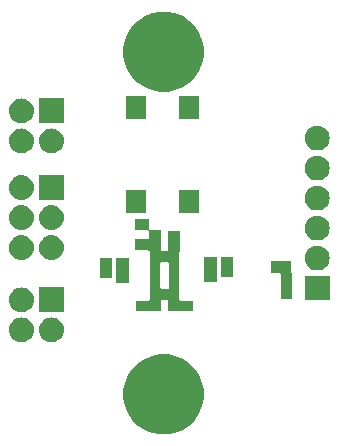
<source format=gbr>
G04 #@! TF.GenerationSoftware,KiCad,Pcbnew,(5.0.2)-1*
G04 #@! TF.CreationDate,2019-03-06T20:32:53+00:00*
G04 #@! TF.ProjectId,distanced,64697374-616e-4636-9564-2e6b69636164,rev?*
G04 #@! TF.SameCoordinates,Original*
G04 #@! TF.FileFunction,Soldermask,Top*
G04 #@! TF.FilePolarity,Negative*
%FSLAX46Y46*%
G04 Gerber Fmt 4.6, Leading zero omitted, Abs format (unit mm)*
G04 Created by KiCad (PCBNEW (5.0.2)-1) date 06/03/2019 20:32:53*
%MOMM*%
%LPD*%
G01*
G04 APERTURE LIST*
%ADD10C,0.150000*%
G04 APERTURE END LIST*
D10*
G36*
X148991743Y-95730660D02*
X149610503Y-95986958D01*
X150167377Y-96359050D01*
X150640950Y-96832623D01*
X151013042Y-97389497D01*
X151269340Y-98008257D01*
X151400000Y-98665128D01*
X151400000Y-99334872D01*
X151269340Y-99991743D01*
X151013042Y-100610503D01*
X150640950Y-101167377D01*
X150167377Y-101640950D01*
X149610503Y-102013042D01*
X148991743Y-102269340D01*
X148334872Y-102400000D01*
X147665128Y-102400000D01*
X147008257Y-102269340D01*
X146389497Y-102013042D01*
X145832623Y-101640950D01*
X145359050Y-101167377D01*
X144986958Y-100610503D01*
X144730660Y-99991743D01*
X144600000Y-99334872D01*
X144600000Y-98665128D01*
X144730660Y-98008257D01*
X144986958Y-97389497D01*
X145359050Y-96832623D01*
X145832623Y-96359050D01*
X146389497Y-95986958D01*
X147008257Y-95730660D01*
X147665128Y-95600000D01*
X148334872Y-95600000D01*
X148991743Y-95730660D01*
X148991743Y-95730660D01*
G37*
G36*
X138628707Y-92497597D02*
X138705836Y-92505193D01*
X138837787Y-92545220D01*
X138903763Y-92565233D01*
X139086172Y-92662733D01*
X139246054Y-92793946D01*
X139377267Y-92953828D01*
X139474767Y-93136237D01*
X139474767Y-93136238D01*
X139534807Y-93334164D01*
X139555080Y-93540000D01*
X139534807Y-93745836D01*
X139494780Y-93877787D01*
X139474767Y-93943763D01*
X139377267Y-94126172D01*
X139246054Y-94286054D01*
X139086172Y-94417267D01*
X138903763Y-94514767D01*
X138837787Y-94534780D01*
X138705836Y-94574807D01*
X138628707Y-94582403D01*
X138551580Y-94590000D01*
X138448420Y-94590000D01*
X138371293Y-94582403D01*
X138294164Y-94574807D01*
X138162213Y-94534780D01*
X138096237Y-94514767D01*
X137913828Y-94417267D01*
X137753946Y-94286054D01*
X137622733Y-94126172D01*
X137525233Y-93943763D01*
X137505220Y-93877787D01*
X137465193Y-93745836D01*
X137444920Y-93540000D01*
X137465193Y-93334164D01*
X137525233Y-93136238D01*
X137525233Y-93136237D01*
X137622733Y-92953828D01*
X137753946Y-92793946D01*
X137913828Y-92662733D01*
X138096237Y-92565233D01*
X138162213Y-92545220D01*
X138294164Y-92505193D01*
X138371293Y-92497596D01*
X138448420Y-92490000D01*
X138551580Y-92490000D01*
X138628707Y-92497597D01*
X138628707Y-92497597D01*
G37*
G36*
X136088707Y-92497597D02*
X136165836Y-92505193D01*
X136297787Y-92545220D01*
X136363763Y-92565233D01*
X136546172Y-92662733D01*
X136706054Y-92793946D01*
X136837267Y-92953828D01*
X136934767Y-93136237D01*
X136934767Y-93136238D01*
X136994807Y-93334164D01*
X137015080Y-93540000D01*
X136994807Y-93745836D01*
X136954780Y-93877787D01*
X136934767Y-93943763D01*
X136837267Y-94126172D01*
X136706054Y-94286054D01*
X136546172Y-94417267D01*
X136363763Y-94514767D01*
X136297787Y-94534780D01*
X136165836Y-94574807D01*
X136088707Y-94582403D01*
X136011580Y-94590000D01*
X135908420Y-94590000D01*
X135831293Y-94582403D01*
X135754164Y-94574807D01*
X135622213Y-94534780D01*
X135556237Y-94514767D01*
X135373828Y-94417267D01*
X135213946Y-94286054D01*
X135082733Y-94126172D01*
X134985233Y-93943763D01*
X134965220Y-93877787D01*
X134925193Y-93745836D01*
X134904920Y-93540000D01*
X134925193Y-93334164D01*
X134985233Y-93136238D01*
X134985233Y-93136237D01*
X135082733Y-92953828D01*
X135213946Y-92793946D01*
X135373828Y-92662733D01*
X135556237Y-92565233D01*
X135622213Y-92545220D01*
X135754164Y-92505193D01*
X135831293Y-92497596D01*
X135908420Y-92490000D01*
X136011580Y-92490000D01*
X136088707Y-92497597D01*
X136088707Y-92497597D01*
G37*
G36*
X139550000Y-92050000D02*
X137450000Y-92050000D01*
X137450000Y-89950000D01*
X139550000Y-89950000D01*
X139550000Y-92050000D01*
X139550000Y-92050000D01*
G37*
G36*
X136088707Y-89957596D02*
X136165836Y-89965193D01*
X136297787Y-90005220D01*
X136363763Y-90025233D01*
X136546172Y-90122733D01*
X136706054Y-90253946D01*
X136837267Y-90413828D01*
X136934767Y-90596237D01*
X136934767Y-90596238D01*
X136994807Y-90794164D01*
X137015080Y-91000000D01*
X136994807Y-91205836D01*
X136954780Y-91337787D01*
X136934767Y-91403763D01*
X136837267Y-91586172D01*
X136706054Y-91746054D01*
X136546172Y-91877267D01*
X136363763Y-91974767D01*
X136297787Y-91994780D01*
X136165836Y-92034807D01*
X136088707Y-92042403D01*
X136011580Y-92050000D01*
X135908420Y-92050000D01*
X135831293Y-92042403D01*
X135754164Y-92034807D01*
X135622213Y-91994780D01*
X135556237Y-91974767D01*
X135373828Y-91877267D01*
X135213946Y-91746054D01*
X135082733Y-91586172D01*
X134985233Y-91403763D01*
X134965220Y-91337787D01*
X134925193Y-91205836D01*
X134904920Y-91000000D01*
X134925193Y-90794164D01*
X134985233Y-90596238D01*
X134985233Y-90596237D01*
X135082733Y-90413828D01*
X135213946Y-90253946D01*
X135373828Y-90122733D01*
X135556237Y-90025233D01*
X135622213Y-90005220D01*
X135754164Y-89965193D01*
X135831293Y-89957596D01*
X135908420Y-89950000D01*
X136011580Y-89950000D01*
X136088707Y-89957596D01*
X136088707Y-89957596D01*
G37*
G36*
X146770000Y-84985000D02*
X146772402Y-85009386D01*
X146779515Y-85032835D01*
X146791066Y-85054446D01*
X146806612Y-85073388D01*
X146825554Y-85088934D01*
X146847165Y-85100485D01*
X146870614Y-85107598D01*
X146895000Y-85110000D01*
X147780000Y-85110000D01*
X147780000Y-86781000D01*
X147782402Y-86805386D01*
X147789515Y-86828835D01*
X147801066Y-86850446D01*
X147816612Y-86869388D01*
X147835554Y-86884934D01*
X147857165Y-86896485D01*
X147880614Y-86903598D01*
X147905000Y-86906000D01*
X148255000Y-86906000D01*
X148279386Y-86903598D01*
X148302835Y-86896485D01*
X148324446Y-86884934D01*
X148343388Y-86869388D01*
X148358934Y-86850446D01*
X148370485Y-86828835D01*
X148377598Y-86805386D01*
X148380000Y-86781000D01*
X148380000Y-85130000D01*
X149380000Y-85130000D01*
X149380000Y-86855624D01*
X149366612Y-86866612D01*
X149351066Y-86885554D01*
X149339515Y-86907165D01*
X149332402Y-86930614D01*
X149330000Y-86955000D01*
X149330000Y-90955000D01*
X149332402Y-90979386D01*
X149339515Y-91002835D01*
X149351066Y-91024446D01*
X149366612Y-91043388D01*
X149385554Y-91058934D01*
X149407165Y-91070485D01*
X149430614Y-91077598D01*
X149455000Y-91080000D01*
X150480000Y-91080000D01*
X150480000Y-91980000D01*
X148380000Y-91980000D01*
X148380000Y-91131000D01*
X148377598Y-91106614D01*
X148370485Y-91083165D01*
X148358934Y-91061554D01*
X148343388Y-91042612D01*
X148324446Y-91027066D01*
X148302835Y-91015515D01*
X148279386Y-91008402D01*
X148255000Y-91006000D01*
X147905000Y-91006000D01*
X147880614Y-91008402D01*
X147857165Y-91015515D01*
X147835554Y-91027066D01*
X147816612Y-91042612D01*
X147801066Y-91061554D01*
X147789515Y-91083165D01*
X147782402Y-91106614D01*
X147780000Y-91131000D01*
X147780000Y-91980000D01*
X145680000Y-91980000D01*
X145680000Y-91080000D01*
X146705000Y-91080000D01*
X146729386Y-91077598D01*
X146752835Y-91070485D01*
X146774446Y-91058934D01*
X146793388Y-91043388D01*
X146808934Y-91024446D01*
X146820485Y-91002835D01*
X146827598Y-90979386D01*
X146830000Y-90955000D01*
X146830000Y-87931000D01*
X147730000Y-87931000D01*
X147730000Y-89981000D01*
X147732402Y-90005386D01*
X147739515Y-90028835D01*
X147751066Y-90050446D01*
X147766612Y-90069388D01*
X147785554Y-90084934D01*
X147807165Y-90096485D01*
X147830614Y-90103598D01*
X147855000Y-90106000D01*
X148305000Y-90106000D01*
X148329386Y-90103598D01*
X148352835Y-90096485D01*
X148374446Y-90084934D01*
X148393388Y-90069388D01*
X148408934Y-90050446D01*
X148420485Y-90028835D01*
X148427598Y-90005386D01*
X148430000Y-89981000D01*
X148430000Y-87931000D01*
X148427598Y-87906614D01*
X148420485Y-87883165D01*
X148408934Y-87861554D01*
X148393388Y-87842612D01*
X148374446Y-87827066D01*
X148352835Y-87815515D01*
X148329386Y-87808402D01*
X148305000Y-87806000D01*
X147855000Y-87806000D01*
X147830614Y-87808402D01*
X147807165Y-87815515D01*
X147785554Y-87827066D01*
X147766612Y-87842612D01*
X147751066Y-87861554D01*
X147739515Y-87883165D01*
X147732402Y-87906614D01*
X147730000Y-87931000D01*
X146830000Y-87931000D01*
X146830000Y-86945000D01*
X146827598Y-86920614D01*
X146820485Y-86897165D01*
X146808934Y-86875554D01*
X146793388Y-86856612D01*
X146774446Y-86841066D01*
X146752835Y-86829515D01*
X146729386Y-86822402D01*
X146705000Y-86820000D01*
X145570000Y-86820000D01*
X145570000Y-85820000D01*
X146655000Y-85820000D01*
X146679386Y-85817598D01*
X146702835Y-85810485D01*
X146724446Y-85798934D01*
X146743388Y-85783388D01*
X146758934Y-85764446D01*
X146770485Y-85742835D01*
X146777598Y-85719386D01*
X146780000Y-85695000D01*
X146780000Y-85245000D01*
X146777598Y-85220614D01*
X146770485Y-85197165D01*
X146758934Y-85175554D01*
X146743388Y-85156612D01*
X146724446Y-85141066D01*
X146702835Y-85129515D01*
X146679386Y-85122402D01*
X146655000Y-85120000D01*
X145570000Y-85120000D01*
X145570000Y-84120000D01*
X146770000Y-84120000D01*
X146770000Y-84985000D01*
X146770000Y-84985000D01*
G37*
G36*
X162050000Y-91050000D02*
X159950000Y-91050000D01*
X159950000Y-88950000D01*
X162050000Y-88950000D01*
X162050000Y-91050000D01*
X162050000Y-91050000D01*
G37*
G36*
X158780000Y-88665000D02*
X158782402Y-88689386D01*
X158789515Y-88712835D01*
X158801066Y-88734446D01*
X158816612Y-88753388D01*
X158830000Y-88764376D01*
X158830000Y-90890000D01*
X157930000Y-90890000D01*
X157930000Y-88875000D01*
X157927598Y-88850614D01*
X157920485Y-88827165D01*
X157908934Y-88805554D01*
X157893388Y-88786612D01*
X157874446Y-88771066D01*
X157852835Y-88759515D01*
X157829386Y-88752402D01*
X157805000Y-88750000D01*
X157080000Y-88750000D01*
X157080000Y-87750000D01*
X158780000Y-87750000D01*
X158780000Y-88665000D01*
X158780000Y-88665000D01*
G37*
G36*
X145050000Y-89550000D02*
X143950000Y-89550000D01*
X143950000Y-87450000D01*
X145050000Y-87450000D01*
X145050000Y-89550000D01*
X145050000Y-89550000D01*
G37*
G36*
X152550000Y-89450000D02*
X151450000Y-89450000D01*
X151450000Y-87350000D01*
X152550000Y-87350000D01*
X152550000Y-89450000D01*
X152550000Y-89450000D01*
G37*
G36*
X143600000Y-89150000D02*
X142600000Y-89150000D01*
X142600000Y-87450000D01*
X143600000Y-87450000D01*
X143600000Y-89150000D01*
X143600000Y-89150000D01*
G37*
G36*
X153900000Y-89050000D02*
X152900000Y-89050000D01*
X152900000Y-87350000D01*
X153900000Y-87350000D01*
X153900000Y-89050000D01*
X153900000Y-89050000D01*
G37*
G36*
X161128707Y-86417596D02*
X161205836Y-86425193D01*
X161337787Y-86465220D01*
X161403763Y-86485233D01*
X161586172Y-86582733D01*
X161746054Y-86713946D01*
X161877267Y-86873828D01*
X161974767Y-87056237D01*
X161974767Y-87056238D01*
X162034807Y-87254164D01*
X162055080Y-87460000D01*
X162034807Y-87665836D01*
X162022623Y-87706000D01*
X161974767Y-87863763D01*
X161877267Y-88046172D01*
X161746054Y-88206054D01*
X161586172Y-88337267D01*
X161403763Y-88434767D01*
X161337787Y-88454780D01*
X161205836Y-88494807D01*
X161128707Y-88502403D01*
X161051580Y-88510000D01*
X160948420Y-88510000D01*
X160871293Y-88502403D01*
X160794164Y-88494807D01*
X160662213Y-88454780D01*
X160596237Y-88434767D01*
X160413828Y-88337267D01*
X160253946Y-88206054D01*
X160122733Y-88046172D01*
X160025233Y-87863763D01*
X159977377Y-87706000D01*
X159965193Y-87665836D01*
X159944920Y-87460000D01*
X159965193Y-87254164D01*
X160025233Y-87056238D01*
X160025233Y-87056237D01*
X160122733Y-86873828D01*
X160253946Y-86713946D01*
X160413828Y-86582733D01*
X160596237Y-86485233D01*
X160662213Y-86465220D01*
X160794164Y-86425193D01*
X160871293Y-86417596D01*
X160948420Y-86410000D01*
X161051580Y-86410000D01*
X161128707Y-86417596D01*
X161128707Y-86417596D01*
G37*
G36*
X136088707Y-85537596D02*
X136165836Y-85545193D01*
X136297787Y-85585220D01*
X136363763Y-85605233D01*
X136546172Y-85702733D01*
X136706054Y-85833946D01*
X136837267Y-85993828D01*
X136934767Y-86176237D01*
X136934767Y-86176238D01*
X136994807Y-86374164D01*
X137015080Y-86580000D01*
X136994807Y-86785836D01*
X136981763Y-86828835D01*
X136934767Y-86983763D01*
X136837267Y-87166172D01*
X136706054Y-87326054D01*
X136546172Y-87457267D01*
X136363763Y-87554767D01*
X136297787Y-87574780D01*
X136165836Y-87614807D01*
X136088707Y-87622404D01*
X136011580Y-87630000D01*
X135908420Y-87630000D01*
X135831293Y-87622404D01*
X135754164Y-87614807D01*
X135622213Y-87574780D01*
X135556237Y-87554767D01*
X135373828Y-87457267D01*
X135213946Y-87326054D01*
X135082733Y-87166172D01*
X134985233Y-86983763D01*
X134938237Y-86828835D01*
X134925193Y-86785836D01*
X134904920Y-86580000D01*
X134925193Y-86374164D01*
X134985233Y-86176238D01*
X134985233Y-86176237D01*
X135082733Y-85993828D01*
X135213946Y-85833946D01*
X135373828Y-85702733D01*
X135556237Y-85605233D01*
X135622213Y-85585220D01*
X135754164Y-85545193D01*
X135831293Y-85537596D01*
X135908420Y-85530000D01*
X136011580Y-85530000D01*
X136088707Y-85537596D01*
X136088707Y-85537596D01*
G37*
G36*
X138628707Y-85537596D02*
X138705836Y-85545193D01*
X138837787Y-85585220D01*
X138903763Y-85605233D01*
X139086172Y-85702733D01*
X139246054Y-85833946D01*
X139377267Y-85993828D01*
X139474767Y-86176237D01*
X139474767Y-86176238D01*
X139534807Y-86374164D01*
X139555080Y-86580000D01*
X139534807Y-86785836D01*
X139521763Y-86828835D01*
X139474767Y-86983763D01*
X139377267Y-87166172D01*
X139246054Y-87326054D01*
X139086172Y-87457267D01*
X138903763Y-87554767D01*
X138837787Y-87574780D01*
X138705836Y-87614807D01*
X138628707Y-87622404D01*
X138551580Y-87630000D01*
X138448420Y-87630000D01*
X138371293Y-87622404D01*
X138294164Y-87614807D01*
X138162213Y-87574780D01*
X138096237Y-87554767D01*
X137913828Y-87457267D01*
X137753946Y-87326054D01*
X137622733Y-87166172D01*
X137525233Y-86983763D01*
X137478237Y-86828835D01*
X137465193Y-86785836D01*
X137444920Y-86580000D01*
X137465193Y-86374164D01*
X137525233Y-86176238D01*
X137525233Y-86176237D01*
X137622733Y-85993828D01*
X137753946Y-85833946D01*
X137913828Y-85702733D01*
X138096237Y-85605233D01*
X138162213Y-85585220D01*
X138294164Y-85545193D01*
X138371293Y-85537596D01*
X138448420Y-85530000D01*
X138551580Y-85530000D01*
X138628707Y-85537596D01*
X138628707Y-85537596D01*
G37*
G36*
X161128707Y-83877597D02*
X161205836Y-83885193D01*
X161337787Y-83925220D01*
X161403763Y-83945233D01*
X161586172Y-84042733D01*
X161746054Y-84173946D01*
X161877267Y-84333828D01*
X161974767Y-84516237D01*
X161974767Y-84516238D01*
X162034807Y-84714164D01*
X162055080Y-84920000D01*
X162034807Y-85125836D01*
X161998659Y-85245000D01*
X161974767Y-85323763D01*
X161877267Y-85506172D01*
X161746054Y-85666054D01*
X161586172Y-85797267D01*
X161403763Y-85894767D01*
X161337787Y-85914780D01*
X161205836Y-85954807D01*
X161128707Y-85962403D01*
X161051580Y-85970000D01*
X160948420Y-85970000D01*
X160871293Y-85962403D01*
X160794164Y-85954807D01*
X160662213Y-85914780D01*
X160596237Y-85894767D01*
X160413828Y-85797267D01*
X160253946Y-85666054D01*
X160122733Y-85506172D01*
X160025233Y-85323763D01*
X160001341Y-85245000D01*
X159965193Y-85125836D01*
X159944920Y-84920000D01*
X159965193Y-84714164D01*
X160025233Y-84516238D01*
X160025233Y-84516237D01*
X160122733Y-84333828D01*
X160253946Y-84173946D01*
X160413828Y-84042733D01*
X160596237Y-83945233D01*
X160662213Y-83925220D01*
X160794164Y-83885193D01*
X160871293Y-83877597D01*
X160948420Y-83870000D01*
X161051580Y-83870000D01*
X161128707Y-83877597D01*
X161128707Y-83877597D01*
G37*
G36*
X138628707Y-82997596D02*
X138705836Y-83005193D01*
X138837787Y-83045220D01*
X138903763Y-83065233D01*
X139086172Y-83162733D01*
X139246054Y-83293946D01*
X139377267Y-83453828D01*
X139474767Y-83636237D01*
X139474767Y-83636238D01*
X139534807Y-83834164D01*
X139555080Y-84040000D01*
X139534807Y-84245836D01*
X139508115Y-84333828D01*
X139474767Y-84443763D01*
X139377267Y-84626172D01*
X139246054Y-84786054D01*
X139086172Y-84917267D01*
X138903763Y-85014767D01*
X138844200Y-85032835D01*
X138705836Y-85074807D01*
X138628707Y-85082403D01*
X138551580Y-85090000D01*
X138448420Y-85090000D01*
X138371293Y-85082403D01*
X138294164Y-85074807D01*
X138155800Y-85032835D01*
X138096237Y-85014767D01*
X137913828Y-84917267D01*
X137753946Y-84786054D01*
X137622733Y-84626172D01*
X137525233Y-84443763D01*
X137491885Y-84333828D01*
X137465193Y-84245836D01*
X137444920Y-84040000D01*
X137465193Y-83834164D01*
X137525233Y-83636238D01*
X137525233Y-83636237D01*
X137622733Y-83453828D01*
X137753946Y-83293946D01*
X137913828Y-83162733D01*
X138096237Y-83065233D01*
X138162213Y-83045220D01*
X138294164Y-83005193D01*
X138371293Y-82997596D01*
X138448420Y-82990000D01*
X138551580Y-82990000D01*
X138628707Y-82997596D01*
X138628707Y-82997596D01*
G37*
G36*
X136088707Y-82997596D02*
X136165836Y-83005193D01*
X136297787Y-83045220D01*
X136363763Y-83065233D01*
X136546172Y-83162733D01*
X136706054Y-83293946D01*
X136837267Y-83453828D01*
X136934767Y-83636237D01*
X136934767Y-83636238D01*
X136994807Y-83834164D01*
X137015080Y-84040000D01*
X136994807Y-84245836D01*
X136968115Y-84333828D01*
X136934767Y-84443763D01*
X136837267Y-84626172D01*
X136706054Y-84786054D01*
X136546172Y-84917267D01*
X136363763Y-85014767D01*
X136304200Y-85032835D01*
X136165836Y-85074807D01*
X136088707Y-85082403D01*
X136011580Y-85090000D01*
X135908420Y-85090000D01*
X135831293Y-85082403D01*
X135754164Y-85074807D01*
X135615800Y-85032835D01*
X135556237Y-85014767D01*
X135373828Y-84917267D01*
X135213946Y-84786054D01*
X135082733Y-84626172D01*
X134985233Y-84443763D01*
X134951885Y-84333828D01*
X134925193Y-84245836D01*
X134904920Y-84040000D01*
X134925193Y-83834164D01*
X134985233Y-83636238D01*
X134985233Y-83636237D01*
X135082733Y-83453828D01*
X135213946Y-83293946D01*
X135373828Y-83162733D01*
X135556237Y-83065233D01*
X135622213Y-83045220D01*
X135754164Y-83005193D01*
X135831293Y-82997596D01*
X135908420Y-82990000D01*
X136011580Y-82990000D01*
X136088707Y-82997596D01*
X136088707Y-82997596D01*
G37*
G36*
X146500000Y-83650000D02*
X144800000Y-83650000D01*
X144800000Y-81700000D01*
X146500000Y-81700000D01*
X146500000Y-83650000D01*
X146500000Y-83650000D01*
G37*
G36*
X151000000Y-83650000D02*
X149300000Y-83650000D01*
X149300000Y-81700000D01*
X151000000Y-81700000D01*
X151000000Y-83650000D01*
X151000000Y-83650000D01*
G37*
G36*
X161128707Y-81337596D02*
X161205836Y-81345193D01*
X161337787Y-81385220D01*
X161403763Y-81405233D01*
X161586172Y-81502733D01*
X161746054Y-81633946D01*
X161877267Y-81793828D01*
X161974767Y-81976237D01*
X161974767Y-81976238D01*
X162034807Y-82174164D01*
X162055080Y-82380000D01*
X162034807Y-82585836D01*
X161994780Y-82717787D01*
X161974767Y-82783763D01*
X161877267Y-82966172D01*
X161746054Y-83126054D01*
X161586172Y-83257267D01*
X161403763Y-83354767D01*
X161337787Y-83374780D01*
X161205836Y-83414807D01*
X161128707Y-83422403D01*
X161051580Y-83430000D01*
X160948420Y-83430000D01*
X160871293Y-83422403D01*
X160794164Y-83414807D01*
X160662213Y-83374780D01*
X160596237Y-83354767D01*
X160413828Y-83257267D01*
X160253946Y-83126054D01*
X160122733Y-82966172D01*
X160025233Y-82783763D01*
X160005220Y-82717787D01*
X159965193Y-82585836D01*
X159944920Y-82380000D01*
X159965193Y-82174164D01*
X160025233Y-81976238D01*
X160025233Y-81976237D01*
X160122733Y-81793828D01*
X160253946Y-81633946D01*
X160413828Y-81502733D01*
X160596237Y-81405233D01*
X160662213Y-81385220D01*
X160794164Y-81345193D01*
X160871293Y-81337596D01*
X160948420Y-81330000D01*
X161051580Y-81330000D01*
X161128707Y-81337596D01*
X161128707Y-81337596D01*
G37*
G36*
X136088707Y-80457597D02*
X136165836Y-80465193D01*
X136297787Y-80505220D01*
X136363763Y-80525233D01*
X136546172Y-80622733D01*
X136706054Y-80753946D01*
X136837267Y-80913828D01*
X136934767Y-81096237D01*
X136934767Y-81096238D01*
X136994807Y-81294164D01*
X137015080Y-81500000D01*
X136994807Y-81705836D01*
X136968115Y-81793828D01*
X136934767Y-81903763D01*
X136837267Y-82086172D01*
X136706054Y-82246054D01*
X136546172Y-82377267D01*
X136363763Y-82474767D01*
X136297787Y-82494780D01*
X136165836Y-82534807D01*
X136088707Y-82542403D01*
X136011580Y-82550000D01*
X135908420Y-82550000D01*
X135831293Y-82542403D01*
X135754164Y-82534807D01*
X135622213Y-82494780D01*
X135556237Y-82474767D01*
X135373828Y-82377267D01*
X135213946Y-82246054D01*
X135082733Y-82086172D01*
X134985233Y-81903763D01*
X134951885Y-81793828D01*
X134925193Y-81705836D01*
X134904920Y-81500000D01*
X134925193Y-81294164D01*
X134985233Y-81096238D01*
X134985233Y-81096237D01*
X135082733Y-80913828D01*
X135213946Y-80753946D01*
X135373828Y-80622733D01*
X135556237Y-80525233D01*
X135622213Y-80505220D01*
X135754164Y-80465193D01*
X135831293Y-80457597D01*
X135908420Y-80450000D01*
X136011580Y-80450000D01*
X136088707Y-80457597D01*
X136088707Y-80457597D01*
G37*
G36*
X139550000Y-82550000D02*
X137450000Y-82550000D01*
X137450000Y-80450000D01*
X139550000Y-80450000D01*
X139550000Y-82550000D01*
X139550000Y-82550000D01*
G37*
G36*
X161128707Y-78797597D02*
X161205836Y-78805193D01*
X161337787Y-78845220D01*
X161403763Y-78865233D01*
X161586172Y-78962733D01*
X161746054Y-79093946D01*
X161877267Y-79253828D01*
X161974767Y-79436237D01*
X161974767Y-79436238D01*
X162034807Y-79634164D01*
X162055080Y-79840000D01*
X162034807Y-80045836D01*
X161994780Y-80177787D01*
X161974767Y-80243763D01*
X161877267Y-80426172D01*
X161746054Y-80586054D01*
X161586172Y-80717267D01*
X161403763Y-80814767D01*
X161337787Y-80834780D01*
X161205836Y-80874807D01*
X161128707Y-80882404D01*
X161051580Y-80890000D01*
X160948420Y-80890000D01*
X160871293Y-80882404D01*
X160794164Y-80874807D01*
X160662213Y-80834780D01*
X160596237Y-80814767D01*
X160413828Y-80717267D01*
X160253946Y-80586054D01*
X160122733Y-80426172D01*
X160025233Y-80243763D01*
X160005220Y-80177787D01*
X159965193Y-80045836D01*
X159944920Y-79840000D01*
X159965193Y-79634164D01*
X160025233Y-79436238D01*
X160025233Y-79436237D01*
X160122733Y-79253828D01*
X160253946Y-79093946D01*
X160413828Y-78962733D01*
X160596237Y-78865233D01*
X160662213Y-78845220D01*
X160794164Y-78805193D01*
X160871293Y-78797597D01*
X160948420Y-78790000D01*
X161051580Y-78790000D01*
X161128707Y-78797597D01*
X161128707Y-78797597D01*
G37*
G36*
X136088707Y-76497597D02*
X136165836Y-76505193D01*
X136297787Y-76545220D01*
X136363763Y-76565233D01*
X136546172Y-76662733D01*
X136706054Y-76793946D01*
X136837267Y-76953828D01*
X136934767Y-77136237D01*
X136934767Y-77136238D01*
X136994807Y-77334164D01*
X137015080Y-77540000D01*
X136994807Y-77745836D01*
X136954780Y-77877787D01*
X136934767Y-77943763D01*
X136837267Y-78126172D01*
X136706054Y-78286054D01*
X136546172Y-78417267D01*
X136363763Y-78514767D01*
X136297787Y-78534780D01*
X136165836Y-78574807D01*
X136088707Y-78582404D01*
X136011580Y-78590000D01*
X135908420Y-78590000D01*
X135831293Y-78582404D01*
X135754164Y-78574807D01*
X135622213Y-78534780D01*
X135556237Y-78514767D01*
X135373828Y-78417267D01*
X135213946Y-78286054D01*
X135082733Y-78126172D01*
X134985233Y-77943763D01*
X134965220Y-77877787D01*
X134925193Y-77745836D01*
X134904920Y-77540000D01*
X134925193Y-77334164D01*
X134985233Y-77136238D01*
X134985233Y-77136237D01*
X135082733Y-76953828D01*
X135213946Y-76793946D01*
X135373828Y-76662733D01*
X135556237Y-76565233D01*
X135622213Y-76545220D01*
X135754164Y-76505193D01*
X135831293Y-76497597D01*
X135908420Y-76490000D01*
X136011580Y-76490000D01*
X136088707Y-76497597D01*
X136088707Y-76497597D01*
G37*
G36*
X138628707Y-76497597D02*
X138705836Y-76505193D01*
X138837787Y-76545220D01*
X138903763Y-76565233D01*
X139086172Y-76662733D01*
X139246054Y-76793946D01*
X139377267Y-76953828D01*
X139474767Y-77136237D01*
X139474767Y-77136238D01*
X139534807Y-77334164D01*
X139555080Y-77540000D01*
X139534807Y-77745836D01*
X139494780Y-77877787D01*
X139474767Y-77943763D01*
X139377267Y-78126172D01*
X139246054Y-78286054D01*
X139086172Y-78417267D01*
X138903763Y-78514767D01*
X138837787Y-78534780D01*
X138705836Y-78574807D01*
X138628707Y-78582404D01*
X138551580Y-78590000D01*
X138448420Y-78590000D01*
X138371293Y-78582404D01*
X138294164Y-78574807D01*
X138162213Y-78534780D01*
X138096237Y-78514767D01*
X137913828Y-78417267D01*
X137753946Y-78286054D01*
X137622733Y-78126172D01*
X137525233Y-77943763D01*
X137505220Y-77877787D01*
X137465193Y-77745836D01*
X137444920Y-77540000D01*
X137465193Y-77334164D01*
X137525233Y-77136238D01*
X137525233Y-77136237D01*
X137622733Y-76953828D01*
X137753946Y-76793946D01*
X137913828Y-76662733D01*
X138096237Y-76565233D01*
X138162213Y-76545220D01*
X138294164Y-76505193D01*
X138371293Y-76497597D01*
X138448420Y-76490000D01*
X138551580Y-76490000D01*
X138628707Y-76497597D01*
X138628707Y-76497597D01*
G37*
G36*
X161128707Y-76257597D02*
X161205836Y-76265193D01*
X161337787Y-76305220D01*
X161403763Y-76325233D01*
X161586172Y-76422733D01*
X161746054Y-76553946D01*
X161877267Y-76713828D01*
X161974767Y-76896237D01*
X161974767Y-76896238D01*
X162034807Y-77094164D01*
X162055080Y-77300000D01*
X162034807Y-77505836D01*
X162024443Y-77540000D01*
X161974767Y-77703763D01*
X161877267Y-77886172D01*
X161746054Y-78046054D01*
X161586172Y-78177267D01*
X161403763Y-78274767D01*
X161366554Y-78286054D01*
X161205836Y-78334807D01*
X161128707Y-78342404D01*
X161051580Y-78350000D01*
X160948420Y-78350000D01*
X160871293Y-78342404D01*
X160794164Y-78334807D01*
X160633446Y-78286054D01*
X160596237Y-78274767D01*
X160413828Y-78177267D01*
X160253946Y-78046054D01*
X160122733Y-77886172D01*
X160025233Y-77703763D01*
X159975557Y-77540000D01*
X159965193Y-77505836D01*
X159944920Y-77300000D01*
X159965193Y-77094164D01*
X160025233Y-76896238D01*
X160025233Y-76896237D01*
X160122733Y-76713828D01*
X160253946Y-76553946D01*
X160413828Y-76422733D01*
X160596237Y-76325233D01*
X160662213Y-76305220D01*
X160794164Y-76265193D01*
X160871293Y-76257597D01*
X160948420Y-76250000D01*
X161051580Y-76250000D01*
X161128707Y-76257597D01*
X161128707Y-76257597D01*
G37*
G36*
X136088707Y-73957596D02*
X136165836Y-73965193D01*
X136297787Y-74005220D01*
X136363763Y-74025233D01*
X136546172Y-74122733D01*
X136706054Y-74253946D01*
X136837267Y-74413828D01*
X136934767Y-74596237D01*
X136934767Y-74596238D01*
X136994807Y-74794164D01*
X137015080Y-75000000D01*
X136994807Y-75205836D01*
X136954780Y-75337787D01*
X136934767Y-75403763D01*
X136837267Y-75586172D01*
X136706054Y-75746054D01*
X136546172Y-75877267D01*
X136363763Y-75974767D01*
X136297787Y-75994780D01*
X136165836Y-76034807D01*
X136088707Y-76042404D01*
X136011580Y-76050000D01*
X135908420Y-76050000D01*
X135831293Y-76042404D01*
X135754164Y-76034807D01*
X135622213Y-75994780D01*
X135556237Y-75974767D01*
X135373828Y-75877267D01*
X135213946Y-75746054D01*
X135082733Y-75586172D01*
X134985233Y-75403763D01*
X134965220Y-75337787D01*
X134925193Y-75205836D01*
X134904920Y-75000000D01*
X134925193Y-74794164D01*
X134985233Y-74596238D01*
X134985233Y-74596237D01*
X135082733Y-74413828D01*
X135213946Y-74253946D01*
X135373828Y-74122733D01*
X135556237Y-74025233D01*
X135622213Y-74005220D01*
X135754164Y-73965193D01*
X135831293Y-73957596D01*
X135908420Y-73950000D01*
X136011580Y-73950000D01*
X136088707Y-73957596D01*
X136088707Y-73957596D01*
G37*
G36*
X139550000Y-76050000D02*
X137450000Y-76050000D01*
X137450000Y-73950000D01*
X139550000Y-73950000D01*
X139550000Y-76050000D01*
X139550000Y-76050000D01*
G37*
G36*
X146500000Y-75700000D02*
X144800000Y-75700000D01*
X144800000Y-73750000D01*
X146500000Y-73750000D01*
X146500000Y-75700000D01*
X146500000Y-75700000D01*
G37*
G36*
X151000000Y-75700000D02*
X149300000Y-75700000D01*
X149300000Y-73750000D01*
X151000000Y-73750000D01*
X151000000Y-75700000D01*
X151000000Y-75700000D01*
G37*
G36*
X148991743Y-66730660D02*
X149610503Y-66986958D01*
X150167377Y-67359050D01*
X150640950Y-67832623D01*
X151013042Y-68389497D01*
X151269340Y-69008257D01*
X151400000Y-69665128D01*
X151400000Y-70334872D01*
X151269340Y-70991743D01*
X151013042Y-71610503D01*
X150640950Y-72167377D01*
X150167377Y-72640950D01*
X149610503Y-73013042D01*
X148991743Y-73269340D01*
X148334872Y-73400000D01*
X147665128Y-73400000D01*
X147008257Y-73269340D01*
X146389497Y-73013042D01*
X145832623Y-72640950D01*
X145359050Y-72167377D01*
X144986958Y-71610503D01*
X144730660Y-70991743D01*
X144600000Y-70334872D01*
X144600000Y-69665128D01*
X144730660Y-69008257D01*
X144986958Y-68389497D01*
X145359050Y-67832623D01*
X145832623Y-67359050D01*
X146389497Y-66986958D01*
X147008257Y-66730660D01*
X147665128Y-66600000D01*
X148334872Y-66600000D01*
X148991743Y-66730660D01*
X148991743Y-66730660D01*
G37*
M02*

</source>
